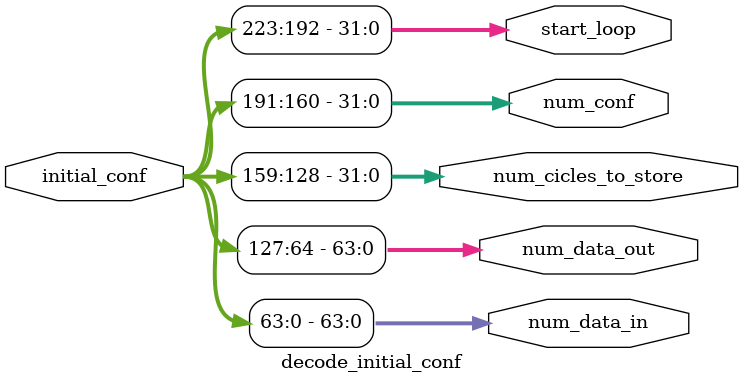
<source format=v>

module decode_initial_conf
(
  input [512-1:0] initial_conf,
  output [64-1:0] num_data_in,
  output [64-1:0] num_data_out,
  output [32-1:0] num_cicles_to_store,
  output [32-1:0] num_conf,
  output [32-1:0] start_loop
);

  assign num_data_in = initial_conf[63:0];
  assign num_data_out = initial_conf[127:64];
  assign num_cicles_to_store = initial_conf[159:128];
  assign num_conf = initial_conf[191:160];
  assign start_loop = initial_conf[223:192];

endmodule

</source>
